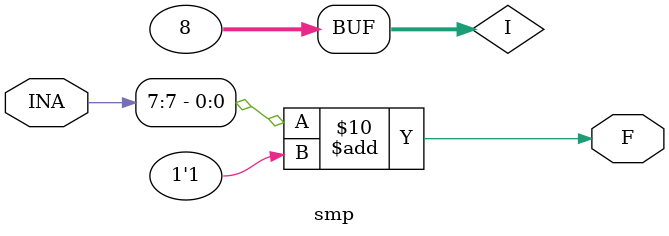
<source format=v>
module smp(INA,F);
 input[7:0]   INA;
 output       F;
 reg F;
 integer I;
  always @(INA) begin : loop
      for (I = 0; I <= 7; I = I + 1)
        F = INA[I] + 1'b1;
  end
endmodule


</source>
